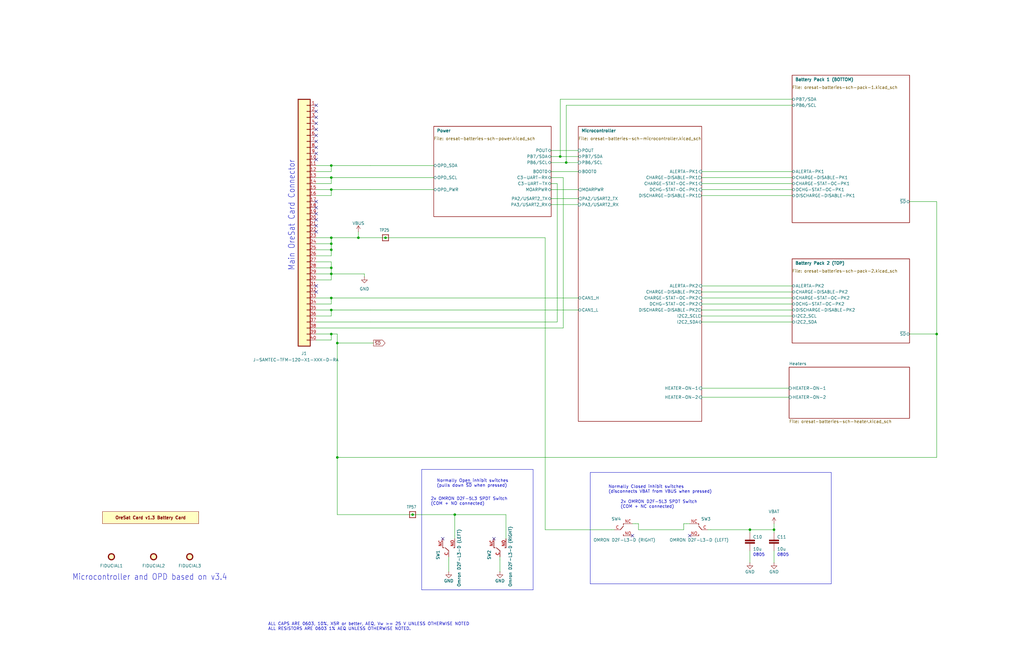
<source format=kicad_sch>
(kicad_sch (version 20250114) (generator "eeschema") (generator_version "9.0")
  (paper "B")
  (title_block (title "OreSat Battery Card") (date "2026-01-10") (rev "4.0") (company "Portland State Aerospace Society"))
  (lib_symbols
    (symbol "Mechanical:Fiducial"
      (property "Reference" "FID" (at 0 5.08 0))
      (property "Value" "Fiducial" (at 0 3.175 0))
      (symbol "Fiducial_0_1"
        (circle (center 0 0) (radius 1.27) (stroke (width 0.508)) (fill (type background)))
      )
    )
    (symbol "oresat-batteries-eagle-import:C-EU0805-B-NOSILK"
      (property "Reference" "C" (at 1.524 0.381 0))
      (symbol "C-EU0805-B-NOSILK_1_0"
        (rectangle (start -2.032 -1.016) (end 2.032 -0.508) (fill (type outline)))
        (rectangle (start -2.032 -2.032) (end 2.032 -1.524) (fill (type outline)))
        (polyline (pts (xy 0 0) (xy 0 -0.508)) (stroke (width 0.1524)))
        (polyline (pts (xy 0 -2.54) (xy 0 -2.032)) (stroke (width 0.1524)))
        (pin passive line (at 0 2.54 270) (length 2.54) (name "1") (number "1"))
        (pin passive line (at 0 -5.08 90) (length 2.54) (name "2") (number "2"))
      )
    )
    (symbol "oresat-batteries-eagle-import:TEST-POINT-LARGE-SQUARE"
      (property "Reference" "TP" (at -2.54 2.54 0))
      (symbol "TEST-POINT-LARGE-SQUARE_1_0"
        (polyline (pts (xy -1.27 1.27) (xy 1.27 1.27)) (stroke (width 0.254)))
        (polyline (pts (xy -1.27 -1.27) (xy -1.27 1.27)) (stroke (width 0.254)))
        (polyline (pts (xy 1.27 1.27) (xy 1.27 -1.27)) (stroke (width 0.254)))
        (polyline (pts (xy 1.27 -1.27) (xy -1.27 -1.27)) (stroke (width 0.254)))
        (pin passive line (at 0 0 0) (length 0) (name "1") (number "1"))
      )
    )
    (symbol "oresat-connectors:J-SAMTEC-TFM-120-01-L-D-RA" (pin_names (hide yes))
      (property "Reference" "J" (at 0 54.61 0))
      (property "Value" "J-SAMTEC-TFM-120-01-L-D-RA" (at 0 52.07 0))
      (symbol "J-SAMTEC-TFM-120-01-L-D-RA_0_1"
        (rectangle (start 2.413 48.387) (end 1.143 48.133) (stroke (width 0.1524)))
        (rectangle (start 2.413 45.847) (end 1.143 45.593) (stroke (width 0.1524)))
        (rectangle (start 2.413 43.307) (end 1.143 43.053) (stroke (width 0.1524)))
        (rectangle (start 2.413 40.767) (end 1.143 40.513) (stroke (width 0.1524)))
        (rectangle (start 2.413 38.227) (end 1.143 37.973) (stroke (width 0.1524)))
        (rectangle (start 2.413 35.687) (end 1.143 35.433) (stroke (width 0.1524)))
        (rectangle (start 2.413 33.147) (end 1.143 32.893) (stroke (width 0.1524)))
        (rectangle (start 2.413 30.607) (end 1.143 30.353) (stroke (width 0.1524)))
        (rectangle (start 2.413 28.067) (end 1.143 27.813) (stroke (width 0.1524)))
        (rectangle (start 2.413 25.527) (end 1.143 25.273) (stroke (width 0.1524)))
        (rectangle (start 2.413 22.987) (end 1.143 22.733) (stroke (width 0.1524)))
        (rectangle (start 2.413 20.447) (end 1.143 20.193) (stroke (width 0.1524)))
        (rectangle (start 2.413 17.907) (end 1.143 17.653) (stroke (width 0.1524)))
        (rectangle (start 2.413 15.367) (end 1.143 15.113) (stroke (width 0.1524)))
        (rectangle (start 2.413 12.827) (end 1.143 12.573) (stroke (width 0.1524)))
        (rectangle (start 2.413 10.287) (end 1.143 10.033) (stroke (width 0.1524)))
        (rectangle (start 2.413 7.747) (end 1.143 7.493) (stroke (width 0.1524)))
        (rectangle (start 2.413 5.207) (end 1.143 4.953) (stroke (width 0.1524)))
        (rectangle (start 2.413 2.667) (end 1.143 2.413) (stroke (width 0.1524)))
        (rectangle (start 2.413 0.127) (end 1.143 -0.127) (stroke (width 0.1524)))
        (rectangle (start 2.413 -2.413) (end 1.143 -2.667) (stroke (width 0.1524)))
        (rectangle (start 2.413 -4.953) (end 1.143 -5.207) (stroke (width 0.1524)))
        (rectangle (start 2.413 -7.493) (end 1.143 -7.747) (stroke (width 0.1524)))
        (rectangle (start 2.413 -10.033) (end 1.143 -10.287) (stroke (width 0.1524)))
        (rectangle (start 2.413 -12.573) (end 1.143 -12.827) (stroke (width 0.1524)))
        (rectangle (start 2.413 -15.113) (end 1.143 -15.367) (stroke (width 0.1524)))
        (rectangle (start 2.413 -17.653) (end 1.143 -17.907) (stroke (width 0.1524)))
        (rectangle (start 2.413 -20.193) (end 1.143 -20.447) (stroke (width 0.1524)))
        (rectangle (start 2.413 -22.733) (end 1.143 -22.987) (stroke (width 0.1524)))
        (rectangle (start 2.413 -25.273) (end 1.143 -25.527) (stroke (width 0.1524)))
        (rectangle (start 2.413 -27.813) (end 1.143 -28.067) (stroke (width 0.1524)))
        (rectangle (start 2.413 -30.353) (end 1.143 -30.607) (stroke (width 0.1524)))
        (rectangle (start 2.413 -32.893) (end 1.143 -33.147) (stroke (width 0.1524)))
        (rectangle (start 2.413 -35.433) (end 1.143 -35.687) (stroke (width 0.1524)))
        (rectangle (start 2.413 -37.973) (end 1.143 -38.227) (stroke (width 0.1524)))
        (rectangle (start 2.413 -40.513) (end 1.143 -40.767) (stroke (width 0.1524)))
        (rectangle (start 2.413 -43.053) (end 1.143 -43.307) (stroke (width 0.1524)))
        (rectangle (start 2.413 -45.593) (end 1.143 -45.847) (stroke (width 0.1524)))
        (rectangle (start 2.413 -48.133) (end 1.143 -48.387) (stroke (width 0.1524)))
        (rectangle (start 2.413 -50.673) (end 1.143 -50.927) (stroke (width 0.1524)))
      )
      (symbol "J-SAMTEC-TFM-120-01-L-D-RA_1_1"
        (rectangle (start -2.54 50.8) (end 2.54 -53.34) (stroke (width 0.4)) (fill (type background)))
        (pin passive line (at 5.08 48.26 180) (length 2.54) (name "") (number "1"))
        (pin passive line (at 5.08 45.72 180) (length 2.54) (name "") (number "2"))
        (pin passive line (at 5.08 43.18 180) (length 2.54) (name "") (number "3"))
        (pin passive line (at 5.08 40.64 180) (length 2.54) (name "") (number "4"))
        (pin passive line (at 5.08 38.1 180) (length 2.54) (name "") (number "5"))
        (pin passive line (at 5.08 35.56 180) (length 2.54) (name "") (number "6"))
        (pin passive line (at 5.08 33.02 180) (length 2.54) (name "") (number "7"))
        (pin passive line (at 5.08 30.48 180) (length 2.54) (name "") (number "8"))
        (pin passive line (at 5.08 27.94 180) (length 2.54) (name "") (number "9"))
        (pin passive line (at 5.08 25.4 180) (length 2.54) (name "") (number "10"))
        (pin passive line (at 5.08 22.86 180) (length 2.54) (name "") (number "11"))
        (pin passive line (at 5.08 20.32 180) (length 2.54) (name "") (number "12"))
        (pin passive line (at 5.08 17.78 180) (length 2.54) (name "") (number "13"))
        (pin passive line (at 5.08 15.24 180) (length 2.54) (name "") (number "14"))
        (pin passive line (at 5.08 12.7 180) (length 2.54) (name "") (number "15"))
        (pin passive line (at 5.08 10.16 180) (length 2.54) (name "") (number "16"))
        (pin passive line (at 5.08 7.62 180) (length 2.54) (name "") (number "17"))
        (pin passive line (at 5.08 5.08 180) (length 2.54) (name "") (number "18"))
        (pin passive line (at 5.08 2.54 180) (length 2.54) (name "") (number "19"))
        (pin passive line (at 5.08 0 180) (length 2.54) (name "") (number "20"))
        (pin passive line (at 5.08 -2.54 180) (length 2.54) (name "") (number "21"))
        (pin passive line (at 5.08 -5.08 180) (length 2.54) (name "") (number "22"))
        (pin passive line (at 5.08 -7.62 180) (length 2.54) (name "") (number "23"))
        (pin passive line (at 5.08 -10.16 180) (length 2.54) (name "") (number "24"))
        (pin passive line (at 5.08 -12.7 180) (length 2.54) (name "") (number "25"))
        (pin passive line (at 5.08 -15.24 180) (length 2.54) (name "") (number "26"))
        (pin passive line (at 5.08 -17.78 180) (length 2.54) (name "") (number "27"))
        (pin passive line (at 5.08 -20.32 180) (length 2.54) (name "") (number "28"))
        (pin passive line (at 5.08 -22.86 180) (length 2.54) (name "") (number "29"))
        (pin passive line (at 5.08 -25.4 180) (length 2.54) (name "") (number "30"))
        (pin passive line (at 5.08 -27.94 180) (length 2.54) (name "") (number "31"))
        (pin passive line (at 5.08 -30.48 180) (length 2.54) (name "") (number "32"))
        (pin passive line (at 5.08 -33.02 180) (length 2.54) (name "") (number "33"))
        (pin passive line (at 5.08 -35.56 180) (length 2.54) (name "") (number "34"))
        (pin passive line (at 5.08 -38.1 180) (length 2.54) (name "") (number "35"))
        (pin passive line (at 5.08 -40.64 180) (length 2.54) (name "") (number "36"))
        (pin passive line (at 5.08 -43.18 180) (length 2.54) (name "") (number "37"))
        (pin passive line (at 5.08 -45.72 180) (length 2.54) (name "") (number "38"))
        (pin passive line (at 5.08 -48.26 180) (length 2.54) (name "") (number "39"))
        (pin passive line (at 5.08 -50.8 180) (length 2.54) (name "") (number "40"))
      )
    )
    (symbol "oresat-misc:OMRON-D2F-L3-D-LEFT"
      (property "Reference" "SW" (at -5.08 3.81 0))
      (symbol "OMRON-D2F-L3-D-LEFT_1_0"
        (polyline (pts (xy -1.27 0) (xy 0 1.524)) (stroke (width 0.254)))
        (polyline (pts (xy 0 2.54) (xy 0 2.032)) (stroke (width 0.254)))
        (polyline (pts (xy 0 -2.54) (xy 0 -2.032)) (stroke (width 0.254)))
        (pin passive line (at -3.81 0 0) (length 2.54) (name "COM") (number "C"))
        (pin passive line (at 3.81 2.54 180) (length 3.81) (name "NC") (number "NC"))
        (pin passive line (at 3.81 -2.54 180) (length 3.81) (name "NO") (number "NO"))
      )
    )
    (symbol "oresat-misc:OMRON-D2F-L3-D-RIGHT"
      (property "Reference" "SW" (at -6.35 3.81 0))
      (symbol "OMRON-D2F-L3-D-RIGHT_1_0"
        (polyline (pts (xy -1.27 0) (xy 0 1.524)) (stroke (width 0.254)))
        (polyline (pts (xy 0 2.54) (xy 0 2.032)) (stroke (width 0.254)))
        (polyline (pts (xy 0 -2.54) (xy 0 -2.032)) (stroke (width 0.254)))
        (pin passive line (at -3.81 0 0) (length 2.54) (name "COM") (number "C"))
        (pin passive line (at 3.81 2.54 180) (length 3.81) (name "NC") (number "NC"))
        (pin passive line (at 3.81 -2.54 180) (length 3.81) (name "NO") (number "NO"))
      )
    )
    (symbol "oresat-pcbs:ORESAT-CARD-V1.3-BATTERY"
      (symbol "ORESAT-CARD-V1.3-BATTERY_1_0"
        (rectangle (start -20.32 2.54) (end 20.32 -2.54) (fill (type background)))
        (text "OreSat Card v1.3 Battery Card" (at 0 0 0) (effects (font (size 1.27 1.27) (bold yes))))
      )
    )
    (symbol "oresat-power:VBAT" (power) (pin_names (offset 0))
      (property "Value" "VBAT" (at 0 3.556 0))
      (symbol "VBAT_0_1"
        (polyline (pts (xy -0.762 1.27) (xy 0 2.54)))
        (polyline (pts (xy 0 2.54) (xy 0.762 1.27)))
        (polyline (pts (xy 0 0) (xy 0 2.54)))
      )
      (symbol "VBAT_1_1"
        (pin power_in line (at 0 0 90) (length 0) (hide yes) (name "VBAT") (number "1"))
      )
    )
    (symbol "power:GND" (power) (pin_numbers (hide yes)) (pin_names (offset 0) (hide yes))
      (property "Value" "GND" (at 0 -3.81 0))
      (symbol "GND_0_1"
        (polyline (pts (xy 0 0) (xy 0 -1.27) (xy 1.27 -1.27) (xy 0 -2.54) (xy -1.27 -1.27) (xy 0 -1.27)))
      )
      (symbol "GND_1_1"
        (pin power_in line (at 0 0 270) (length 0) (name "~") (number "1"))
      )
    )
    (symbol "power:VBUS" (power) (pin_numbers (hide yes)) (pin_names (offset 0) (hide yes))
      (property "Value" "VBUS" (at 0 3.556 0))
      (symbol "VBUS_0_1"
        (polyline (pts (xy -0.762 1.27) (xy 0 2.54)))
        (polyline (pts (xy 0 2.54) (xy 0.762 1.27)))
        (polyline (pts (xy 0 0) (xy 0 2.54)))
      )
      (symbol "VBUS_1_1"
        (pin power_in line (at 0 0 90) (length 0) (name "~") (number "1"))
      )
    )
  )
  (text "Normally Open inhibit switches\n(pulls down ~{SD} when pressed)" (at 184.15 205.74 0) (effects (font (size 1.27 1.27)) (justify left bottom)))
  (text "Main OreSat Card Connector" (at 124.46 114.3 90) (effects (font (size 2.54 2.159)) (justify left bottom)))
  (text "0805" (at 327.66 234.95 0) (effects (font (size 1.27 1.27)) (justify left bottom)))
  (text "2x OMRON D2F-5L3 SPDT Switch\n(COM + NO connected)" (at 181.61 213.36 0) (effects (font (size 1.27 1.27)) (justify left bottom)))
  (text "ALL CAPS ARE 0603, 10%, X5R or better, AEQ, Vw >= 25 V UNLESS OTHERWISE NOTED\nALL RESISTORS ARE 0603 1% AEQ UNLESS OTHERWISE NOTED." (at 113.03 266.192 0) (effects (font (size 1.27 1.27)) (justify left bottom)))
  (text "0805" (at 317.5 234.95 0) (effects (font (size 1.27 1.27)) (justify left bottom)))
  (text "Microcontroller and OPD based on v3.4" (at 30.48 245.11 0) (effects (font (size 2.54 2.159)) (justify left bottom)))
  (text "Normally Closed inhibit switches\n(disconnects VBAT from VBUS when pressed)" (at 256.54 208.28 0) (effects (font (size 1.27 1.27)) (justify left bottom)))
  (text "2x OMRON D2F-5L3 SPDT Switch\n(COM + NC connected)" (at 261.62 214.63 0) (effects (font (size 1.27 1.27)) (justify left bottom)))
  (junction (at 139.7 102.87))
  (junction (at 139.7 69.85))
  (junction (at 139.7 105.41))
  (junction (at 139.7 125.73))
  (junction (at 139.7 130.81))
  (junction (at 139.7 113.03))
  (junction (at 173.99 217.17))
  (junction (at 151.13 100.33))
  (junction (at 142.24 193.04))
  (junction (at 326.39 223.52))
  (junction (at 139.7 80.01))
  (junction (at 236.22 66.04))
  (junction (at 139.7 115.57))
  (junction (at 191.77 217.17))
  (junction (at 142.24 144.78))
  (junction (at 139.7 74.93))
  (junction (at 316.23 223.52))
  (junction (at 139.7 100.33))
  (junction (at 394.97 140.97))
  (junction (at 162.56 100.33))
  (junction (at 139.7 140.97))
  (junction (at 238.76 68.58))
  (no_connect (at 133.35 57.15))
  (no_connect (at 133.35 120.65))
  (no_connect (at 266.7 226.06))
  (no_connect (at 133.35 46.99))
  (no_connect (at 133.35 44.45))
  (no_connect (at 133.35 123.19))
  (no_connect (at 133.35 64.77))
  (no_connect (at 133.35 52.07))
  (no_connect (at 208.28 227.33))
  (no_connect (at 133.35 90.17))
  (no_connect (at 133.35 87.63))
  (no_connect (at 186.69 227.33))
  (no_connect (at 133.35 49.53))
  (no_connect (at 133.35 67.31))
  (no_connect (at 133.35 54.61))
  (no_connect (at 133.35 97.79))
  (no_connect (at 133.35 85.09))
  (no_connect (at 133.35 92.71))
  (no_connect (at 290.83 226.06))
  (no_connect (at 133.35 59.69))
  (no_connect (at 133.35 62.23))
  (no_connect (at 133.35 95.25))
  (wire (pts (xy 295.91 167.64) (xy 332.74 167.64)))
  (polyline (pts (xy 177.8 198.12) (xy 177.8 248.92)) (stroke (width 0.1524) (type solid)))
  (wire (pts (xy 326.39 220.98) (xy 326.39 223.52)))
  (wire (pts (xy 157.48 144.78) (xy 142.24 144.78)) (stroke (width 0.1524)))
  (wire (pts (xy 133.35 133.35) (xy 139.7 133.35)) (stroke (width 0.1524)))
  (wire (pts (xy 139.7 128.27) (xy 139.7 125.73)) (stroke (width 0.1524)))
  (wire (pts (xy 229.87 223.52) (xy 257.81 223.52)) (stroke (width 0.1524)))
  (wire (pts (xy 229.87 100.33) (xy 162.56 100.33)) (stroke (width 0.1524)))
  (wire (pts (xy 191.77 217.17) (xy 213.36 217.17)) (stroke (width 0.1524)))
  (wire (pts (xy 139.7 80.01) (xy 133.35 80.01)) (stroke (width 0.1524)))
  (polyline (pts (xy 177.8 248.92) (xy 224.79 248.92)) (stroke (width 0.1524) (type solid)))
  (wire (pts (xy 298.45 223.52) (xy 299.72 223.52)))
  (wire (pts (xy 295.91 125.73) (xy 334.01 125.73)))
  (wire (pts (xy 295.91 130.81) (xy 334.01 130.81)))
  (wire (pts (xy 299.72 223.52) (xy 316.23 223.52)) (stroke (width 0.1524)))
  (wire (pts (xy 295.91 77.47) (xy 334.01 77.47)))
  (wire (pts (xy 139.7 118.11) (xy 139.7 115.57)) (stroke (width 0.1524)))
  (wire (pts (xy 191.77 226.06) (xy 191.77 217.17)) (stroke (width 0.1524)))
  (wire (pts (xy 139.7 143.51) (xy 139.7 140.97)) (stroke (width 0.1524)))
  (wire (pts (xy 139.7 82.55) (xy 139.7 80.01)) (stroke (width 0.1524)))
  (wire (pts (xy 142.24 193.04) (xy 142.24 144.78)) (stroke (width 0.1524)))
  (wire (pts (xy 133.35 135.89) (xy 156.21 135.89)) (stroke (width 0.1524)))
  (wire (pts (xy 189.23 234.95) (xy 189.23 236.22)))
  (wire (pts (xy 156.21 69.85) (xy 182.88 69.85)))
  (wire (pts (xy 394.97 140.97) (xy 394.97 193.04)))
  (wire (pts (xy 139.7 102.87) (xy 133.35 102.87)) (stroke (width 0.1524)))
  (wire (pts (xy 210.82 236.22) (xy 210.82 241.3)) (stroke (width 0.1524)))
  (wire (pts (xy 151.13 100.33) (xy 162.56 100.33)))
  (wire (pts (xy 257.81 223.52) (xy 259.08 223.52)))
  (wire (pts (xy 334.01 44.45) (xy 238.76 44.45)))
  (wire (pts (xy 139.7 130.81) (xy 156.21 130.81)) (stroke (width 0.1524)))
  (wire (pts (xy 139.7 69.85) (xy 133.35 69.85)) (stroke (width 0.1524)))
  (wire (pts (xy 139.7 100.33) (xy 151.13 100.33)) (stroke (width 0.1524)))
  (wire (pts (xy 394.97 193.04) (xy 142.24 193.04)))
  (wire (pts (xy 295.91 123.19) (xy 334.01 123.19)))
  (wire (pts (xy 383.54 85.09) (xy 394.97 85.09)))
  (wire (pts (xy 139.7 74.93) (xy 133.35 74.93)) (stroke (width 0.1524)))
  (polyline (pts (xy 350.52 246.38) (xy 350.52 199.39)) (stroke (width 0.1524) (type solid)))
  (wire (pts (xy 394.97 85.09) (xy 394.97 140.97)))
  (wire (pts (xy 151.13 97.79) (xy 151.13 100.33)))
  (wire (pts (xy 139.7 133.35) (xy 139.7 130.81)) (stroke (width 0.1524)))
  (wire (pts (xy 133.35 82.55) (xy 139.7 82.55)) (stroke (width 0.1524)))
  (wire (pts (xy 295.91 120.65) (xy 334.01 120.65)))
  (polyline (pts (xy 224.79 248.92) (xy 224.79 198.12)) (stroke (width 0.1524) (type solid)))
  (wire (pts (xy 288.29 223.52) (xy 288.29 220.98)) (stroke (width 0.1524)))
  (wire (pts (xy 133.35 72.39) (xy 139.7 72.39)) (stroke (width 0.1524)))
  (wire (pts (xy 295.91 80.01) (xy 334.01 80.01)))
  (wire (pts (xy 238.76 44.45) (xy 238.76 68.58)))
  (wire (pts (xy 232.41 86.36) (xy 243.84 86.36)))
  (wire (pts (xy 383.54 140.97) (xy 394.97 140.97)))
  (wire (pts (xy 295.91 82.55) (xy 334.01 82.55)))
  (wire (pts (xy 237.49 138.43) (xy 237.49 74.93)) (stroke (width 0.1524)))
  (wire (pts (xy 288.29 220.98) (xy 289.56 220.98)) (stroke (width 0.1524)))
  (wire (pts (xy 156.21 130.81) (xy 243.84 130.81)))
  (wire (pts (xy 236.22 66.04) (xy 243.84 66.04)))
  (wire (pts (xy 139.7 107.95) (xy 139.7 105.41)) (stroke (width 0.1524)))
  (wire (pts (xy 139.7 113.03) (xy 139.7 110.49)) (stroke (width 0.1524)))
  (wire (pts (xy 295.91 128.27) (xy 334.01 128.27)))
  (wire (pts (xy 237.49 74.93) (xy 232.41 74.93)) (stroke (width 0.1524)))
  (wire (pts (xy 139.7 80.01) (xy 156.21 80.01)) (stroke (width 0.1524)))
  (polyline (pts (xy 350.52 199.39) (xy 248.92 199.39)) (stroke (width 0.1524) (type solid)))
  (wire (pts (xy 295.91 163.83) (xy 332.74 163.83)))
  (wire (pts (xy 269.24 223.52) (xy 288.29 223.52)) (stroke (width 0.1524)))
  (wire (pts (xy 316.23 223.52) (xy 326.39 223.52)) (stroke (width 0.1524)))
  (wire (pts (xy 234.95 135.89) (xy 156.21 135.89)))
  (wire (pts (xy 156.21 80.01) (xy 182.88 80.01)))
  (wire (pts (xy 133.35 138.43) (xy 237.49 138.43)) (stroke (width 0.1524)))
  (wire (pts (xy 139.7 72.39) (xy 139.7 69.85)) (stroke (width 0.1524)))
  (wire (pts (xy 139.7 115.57) (xy 153.67 115.57)) (stroke (width 0.1524)))
  (wire (pts (xy 232.41 80.01) (xy 243.84 80.01)))
  (wire (pts (xy 295.91 72.39) (xy 334.01 72.39)))
  (wire (pts (xy 191.77 226.06) (xy 191.77 227.33)))
  (wire (pts (xy 326.39 232.41) (xy 326.39 237.49)) (stroke (width 0.1524)))
  (wire (pts (xy 133.35 143.51) (xy 139.7 143.51)) (stroke (width 0.1524)))
  (wire (pts (xy 133.35 115.57) (xy 139.7 115.57)) (stroke (width 0.1524)))
  (wire (pts (xy 295.91 133.35) (xy 334.01 133.35)))
  (wire (pts (xy 139.7 100.33) (xy 139.7 102.87)) (stroke (width 0.1524)))
  (wire (pts (xy 295.91 74.93) (xy 334.01 74.93)))
  (wire (pts (xy 326.39 224.79) (xy 326.39 223.52)) (stroke (width 0.1524)))
  (wire (pts (xy 133.35 107.95) (xy 139.7 107.95)) (stroke (width 0.1524)))
  (wire (pts (xy 133.35 118.11) (xy 139.7 118.11)) (stroke (width 0.1524)))
  (wire (pts (xy 133.35 77.47) (xy 139.7 77.47)) (stroke (width 0.1524)))
  (wire (pts (xy 210.82 234.95) (xy 210.82 236.22)))
  (wire (pts (xy 133.35 113.03) (xy 139.7 113.03)) (stroke (width 0.1524)))
  (wire (pts (xy 236.22 41.91) (xy 236.22 66.04)))
  (wire (pts (xy 232.41 68.58) (xy 238.76 68.58)))
  (wire (pts (xy 232.41 77.47) (xy 234.95 77.47)))
  (wire (pts (xy 238.76 68.58) (xy 243.84 68.58)))
  (wire (pts (xy 316.23 224.79) (xy 316.23 223.52)) (stroke (width 0.1524)))
  (wire (pts (xy 139.7 105.41) (xy 139.7 102.87)) (stroke (width 0.1524)))
  (wire (pts (xy 139.7 140.97) (xy 133.35 140.97)) (stroke (width 0.1524)))
  (wire (pts (xy 267.97 220.98) (xy 269.24 220.98)) (stroke (width 0.1524)))
  (wire (pts (xy 133.35 130.81) (xy 139.7 130.81)) (stroke (width 0.1524)))
  (wire (pts (xy 133.35 105.41) (xy 139.7 105.41)) (stroke (width 0.1524)))
  (wire (pts (xy 189.23 236.22) (xy 189.23 241.3)) (stroke (width 0.1524)))
  (wire (pts (xy 142.24 217.17) (xy 173.99 217.17)) (stroke (width 0.1524)))
  (polyline (pts (xy 248.92 199.39) (xy 248.92 246.38)) (stroke (width 0.1524) (type solid)))
  (wire (pts (xy 232.41 66.04) (xy 236.22 66.04)))
  (polyline (pts (xy 224.79 198.12) (xy 177.8 198.12)) (stroke (width 0.1524) (type solid)))
  (wire (pts (xy 142.24 144.78) (xy 142.24 140.97)) (stroke (width 0.1524)))
  (wire (pts (xy 133.35 110.49) (xy 139.7 110.49)) (stroke (width 0.1524)))
  (wire (pts (xy 133.35 125.73) (xy 139.7 125.73)) (stroke (width 0.1524)))
  (wire (pts (xy 234.95 77.47) (xy 234.95 135.89)))
  (wire (pts (xy 213.36 217.17) (xy 213.36 227.33)) (stroke (width 0.1524)))
  (polyline (pts (xy 248.92 246.38) (xy 350.52 246.38)) (stroke (width 0.1524) (type solid)))
  (wire (pts (xy 156.21 69.85) (xy 139.7 69.85)) (stroke (width 0.1524)))
  (wire (pts (xy 334.01 41.91) (xy 236.22 41.91)))
  (wire (pts (xy 229.87 223.52) (xy 229.87 100.33)) (stroke (width 0.1524)))
  (wire (pts (xy 142.24 217.17) (xy 142.24 193.04)) (stroke (width 0.1524)))
  (wire (pts (xy 316.23 232.41) (xy 316.23 237.49)) (stroke (width 0.1524)))
  (wire (pts (xy 289.56 220.98) (xy 290.83 220.98)))
  (wire (pts (xy 232.41 63.5) (xy 243.84 63.5)))
  (wire (pts (xy 173.99 217.17) (xy 191.77 217.17)) (stroke (width 0.1524)))
  (wire (pts (xy 139.7 74.93) (xy 182.88 74.93)) (stroke (width 0.1524)))
  (wire (pts (xy 139.7 77.47) (xy 139.7 74.93)) (stroke (width 0.1524)))
  (wire (pts (xy 133.35 128.27) (xy 139.7 128.27)) (stroke (width 0.1524)))
  (wire (pts (xy 139.7 113.03) (xy 139.7 115.57)) (stroke (width 0.1524)))
  (wire (pts (xy 266.7 220.98) (xy 267.97 220.98)))
  (wire (pts (xy 269.24 220.98) (xy 269.24 223.52)) (stroke (width 0.1524)))
  (wire (pts (xy 153.67 115.57) (xy 153.67 116.84)) (stroke (width 0.1524)))
  (wire (pts (xy 139.7 140.97) (xy 142.24 140.97)) (stroke (width 0.1524)))
  (wire (pts (xy 232.41 83.82) (xy 243.84 83.82)))
  (wire (pts (xy 133.35 100.33) (xy 139.7 100.33)) (stroke (width 0.1524)))
  (wire (pts (xy 232.41 72.39) (xy 243.84 72.39)))
  (wire (pts (xy 139.7 125.73) (xy 243.84 125.73)) (stroke (width 0.1524)))
  (wire (pts (xy 295.91 135.89) (xy 334.01 135.89)))
  (global_label "~{SD}" (shape output) (at 157.48 144.78 0) (property "Intersheetrefs" "${INTERSHEET_REFS}" (at 162.9447 144.78 0) (effects (justify left))))
  (symbol (lib_id "oresat-misc:OMRON-D2F-L3-D-LEFT") (at 189.23 231.14 90) (unit 1)
    (property "Reference" "SW1" (at 185.42 236.22 0) (effects (justify left bottom)))
    (property "Value" "Omron D2F-L3-D (LEFT)" (at 194.31 247.65 0) (effects (justify left bottom)))
    (property "Footprint" "oresat-misc:D2F-L3-D-HORIZONTAL-L" (effects (hide yes)))
  )
  (symbol (lib_id "power:GND") (at 326.39 237.49 0) (unit 1)
    (property "Reference" "#PWR37" (effects (hide yes)))
    (property "Value" "GND" (at 326.39 241.3 0))
    (property "Description" "Power symbol creates a global label with name \"GND\" , ground" (effects (hide yes)))
  )
  (symbol (lib_id "oresat-pcbs:ORESAT-CARD-V1.3-BATTERY") (at 63.5 218.44 0) (unit 1)
    (property "Reference" "PCB1" (effects (hide yes)))
    (property "Value" "ORESAT-CARD-V1.3-BATTERY" (effects (hide yes)))
    (property "Footprint" "oresat-pcbs:ORESAT-CARD-V1.3-BATTERY-V3.0" (effects (hide yes)))
  )
  (symbol (lib_id "oresat-batteries-eagle-import:C-EU0805-B-NOSILK") (at 326.39 227.33 0) (unit 1)
    (property "Reference" "C11" (at 327.66 227.33 0) (effects (justify left bottom)))
    (property "Value" "10u" (at 327.66 232.41 0) (effects (justify left bottom)))
    (property "Footprint" "oresat-batteries:.0805-B-NOSILK" (effects (hide yes)))
    (property "DIS" "Digi-Key" (effects (hide yes)))
    (property "DPN" "1276-2893-1-ND" (effects (hide yes)))
    (property "MFR" "Samsung" (effects (hide yes)))
    (property "MPN" "CL21A106KOFNNNE" (effects (hide yes)))
  )
  (symbol (lib_id "oresat-power:VBAT") (at 326.39 220.98 0) (unit 1)
    (property "Reference" "#VBAT01" (effects (hide yes)))
    (property "Value" "VBAT" (at 326.39 215.9 0))
  )
  (symbol (lib_id "oresat-misc:OMRON-D2F-L3-D-LEFT") (at 294.64 223.52 0) (mirror y) (unit 1)
    (property "Reference" "SW3" (at 299.72 219.71 0) (effects (justify left bottom)))
    (property "Value" "OMRON D2F-L3-D (LEFT)" (at 307.34 228.6 0) (effects (justify left bottom)))
    (property "Footprint" "oresat-misc:D2F-L3-D-HORIZONTAL-L" (effects (hide yes)))
  )
  (symbol (lib_id "oresat-batteries-eagle-import:C-EU0805-B-NOSILK") (at 316.23 227.33 0) (unit 1)
    (property "Reference" "C10" (at 317.5 227.33 0) (effects (justify left bottom)))
    (property "Value" "10u" (at 317.5 232.41 0) (effects (justify left bottom)))
    (property "Footprint" "oresat-batteries:.0805-B-NOSILK" (effects (hide yes)))
    (property "DIS" "Digi-Key" (effects (hide yes)))
    (property "DPN" "1276-2893-1-ND" (effects (hide yes)))
    (property "MFR" "Samsung" (effects (hide yes)))
    (property "MPN" "CL21A106KOFNNNE" (effects (hide yes)))
  )
  (symbol (lib_id "Mechanical:Fiducial") (at 80.01 234.95 0) (unit 1)
    (property "Reference" "FIDUCIAL3" (at 80.01 238.76 0))
    (property "Value" "FIDUCIAL-1.0X2.0" (effects (hide yes)))
    (property "Footprint" "Fiducial:Fiducial_1mm_Mask2mm" (effects (hide yes)))
  )
  (symbol (lib_id "power:GND") (at 210.82 241.3 0) (mirror y) (unit 1)
    (property "Reference" "#PWR73" (effects (hide yes)))
    (property "Value" "GND" (at 210.82 245.11 0))
    (property "Description" "Power symbol creates a global label with name \"GND\" , ground" (effects (hide yes)))
  )
  (symbol (lib_id "Mechanical:Fiducial") (at 64.77 234.95 0) (unit 1)
    (property "Reference" "FIDUCIAL2" (at 64.77 238.76 0))
    (property "Value" "FIDUCIAL-1.0X2.0" (effects (hide yes)))
    (property "Footprint" "Fiducial:Fiducial_1mm_Mask2mm" (effects (hide yes)))
  )
  (symbol (lib_id "oresat-misc:OMRON-D2F-L3-D-RIGHT") (at 262.89 223.52 0) (unit 1)
    (property "Reference" "SW4" (at 257.81 219.71 0) (effects (justify left bottom)))
    (property "Value" "OMRON D2F-L3-D (RIGHT)" (at 250.19 228.6 0) (effects (justify left bottom)))
    (property "Footprint" "oresat-misc:D2F-L3-D-HORIZONTAL-R" (effects (hide yes)))
  )
  (symbol (lib_id "oresat-batteries-eagle-import:TEST-POINT-LARGE-SQUARE") (at 162.56 100.33 0) (unit 1)
    (property "Reference" "TP25" (at 160.02 97.79 0) (effects (font (size 1.27 1.0795)) (justify left bottom)))
    (property "Value" "TEST-POINT-LARGE-SQUARE" (effects (hide yes)))
    (property "Footprint" "oresat-batteries:1X01" (effects (hide yes)))
  )
  (symbol (lib_id "power:VBUS") (at 151.13 97.79 0) (unit 1)
    (property "Reference" "#PWR2" (effects (hide yes)))
    (property "Value" "VBUS" (at 151.13 94.234 0))
    (property "Description" "Power symbol creates a global label with name \"VBUS\"" (effects (hide yes)))
  )
  (symbol (lib_id "Mechanical:Fiducial") (at 46.99 234.95 0) (unit 1)
    (property "Reference" "FIDUCIAL1" (at 46.99 238.76 0))
    (property "Value" "FIDUCIAL-1.0X2.0" (effects (hide yes)))
    (property "Footprint" "Fiducial:Fiducial_1mm_Mask2mm" (effects (hide yes)))
  )
  (symbol (lib_id "oresat-connectors:J-SAMTEC-TFM-120-01-L-D-RA") (at 128.27 92.71 0) (unit 1)
    (property "Reference" "J1" (at 127 149.86 0) (effects (justify left bottom)))
    (property "Value" "J-SAMTEC-TFM-120-X1-XXX-D-RA" (at 106.68 151.13 0) (effects (justify left top)))
    (property "Footprint" "oresat-connectors:J-SAMTEC-TFM-120-X1-XXX-D-RA" (effects (hide yes)))
    (property "Datasheet" "https://suddendocs.samtec.com/catalog_english/tfm.pdf" (effects (hide yes)))
    (property "MFR" "Samtec" (effects (hide yes)))
    (property "MPN" "TFM-120-01-L-D-RA" (effects (hide yes)))
  )
  (symbol (lib_id "power:GND") (at 189.23 241.3 0) (mirror y) (unit 1)
    (property "Reference" "#PWR72" (effects (hide yes)))
    (property "Value" "GND" (at 189.23 245.11 0))
    (property "Description" "Power symbol creates a global label with name \"GND\" , ground" (effects (hide yes)))
  )
  (symbol (lib_id "oresat-batteries-eagle-import:TEST-POINT-LARGE-SQUARE") (at 173.99 217.17 0) (unit 1)
    (property "Reference" "TP57" (at 171.45 214.63 0) (effects (font (size 1.27 1.0795)) (justify left bottom)))
    (property "Value" "TEST-POINT-LARGE-SQUARE" (effects (hide yes)))
    (property "Footprint" "oresat-batteries:1X01" (effects (hide yes)))
  )
  (symbol (lib_id "power:GND") (at 316.23 237.49 0) (unit 1)
    (property "Reference" "#PWR36" (effects (hide yes)))
    (property "Value" "GND" (at 316.23 241.3 0))
    (property "Description" "Power symbol creates a global label with name \"GND\" , ground" (effects (hide yes)))
  )
  (symbol (lib_id "power:GND") (at 153.67 116.84 0) (unit 1)
    (property "Reference" "#PWR3" (effects (hide yes)))
    (property "Value" "GND" (at 153.67 121.92 0))
    (property "Description" "Power symbol creates a global label with name \"GND\" , ground" (effects (hide yes)))
  )
  (symbol (lib_id "oresat-misc:OMRON-D2F-L3-D-RIGHT") (at 210.82 231.14 90) (unit 1)
    (property "Reference" "SW2" (at 207.01 236.22 0) (effects (justify left bottom)))
    (property "Value" "Omron D2F-L3-D (RIGHT)" (at 215.9 247.65 0) (effects (justify left bottom)))
    (property "Footprint" "oresat-misc:D2F-L3-D-HORIZONTAL-R" (effects (hide yes)))
  )
  (sheet (at 243.84 53.34) (size 52.07 124.46)
    (property "Sheetname" "Microcontroller" (at 245.11 55.88 0) (effects (font (bold yes)) (justify left bottom)))
    (property "Sheetfile" "oresat-batteries-sch-microcontroller.kicad_sch" (at 243.84 57.7346 0) (effects (justify left top)))
    (pin "HEATER-ON-1" input (at 295.91 163.83 0))
    (pin "HEATER-ON-2" input (at 295.91 167.64 0))
    (pin "CAN1_H" bidirectional (at 243.84 125.73 180))
    (pin "CAN1_L" bidirectional (at 243.84 130.81 180))
    (pin "BOOT0" bidirectional (at 243.84 72.39 180))
    (pin "MOARPWR" output (at 243.84 80.01 180))
    (pin "PA2{slash}USART2_TX" output (at 243.84 83.82 180))
    (pin "PA3{slash}USART2_RX" input (at 243.84 86.36 180))
    (pin "PB6{slash}SCL" input (at 243.84 68.58 180))
    (pin "PB7{slash}SDA" bidirectional (at 243.84 66.04 180))
    (pin "POUT" input (at 243.84 63.5 180))
    (pin "ALERTA-PK2" input (at 295.91 120.65 0))
    (pin "CHARGE-DISABLE-PK2" output (at 295.91 123.19 0))
    (pin "CHARGE-STAT-OC-PK2" input (at 295.91 125.73 0))
    (pin "DCHG-STAT-OC-PK2" input (at 295.91 128.27 0))
    (pin "DISCHARGE-DISABLE-PK2" output (at 295.91 130.81 0))
    (pin "I2C2_SCL" output (at 295.91 133.35 0))
    (pin "I2C2_SDA" bidirectional (at 295.91 135.89 0))
    (pin "ALERTA-PK1" input (at 295.91 72.39 0))
    (pin "CHARGE-DISABLE-PK1" output (at 295.91 74.93 0))
    (pin "CHARGE-STAT-OC-PK1" input (at 295.91 77.47 0))
    (pin "DCHG-STAT-OC-PK1" input (at 295.91 80.01 0))
    (pin "DISCHARGE-DISABLE-PK1" output (at 295.91 82.55 0))
  )
  (sheet (at 332.74 154.94) (size 50.8 21.59) (stroke (width 0.1524))
    (property "Sheetname" "Heaters" (at 332.74 154.2284 0) (effects (justify left bottom)))
    (property "Sheetfile" "oresat-batteries-sch-heater.kicad_sch" (at 332.74 177.1146 0) (effects (justify left top)))
    (pin "HEATER-ON-1" input (at 332.74 163.83 180))
    (pin "HEATER-ON-2" input (at 332.74 167.64 180))
  )
  (sheet (at 334.01 109.22) (size 49.53 35.56)
    (property "Sheetname" "Battery Pack 2 (TOP)" (at 335.28 111.76 0) (effects (font (bold yes)) (justify left bottom)))
    (property "Sheetfile" "oresat-batteries-sch-pack-2.kicad_sch" (at 334.01 113.6146 0) (effects (justify left top)))
    (pin "ALERTA-PK2" bidirectional (at 334.01 120.65 180))
    (pin "CHARGE-DISABLE-PK2" bidirectional (at 334.01 123.19 180))
    (pin "CHARGE-STAT-OC-PK2" bidirectional (at 334.01 125.73 180))
    (pin "DCHG-STAT-OC-PK2" bidirectional (at 334.01 128.27 180))
    (pin "DISCHARGE-DISABLE-PK2" bidirectional (at 334.01 130.81 180))
    (pin "I2C2_SCL" bidirectional (at 334.01 133.35 180))
    (pin "I2C2_SDA" bidirectional (at 334.01 135.89 180))
    (pin "~{SD}" bidirectional (at 383.54 140.97 0))
  )
  (sheet (at 334.01 31.75) (size 49.53 62.23)
    (property "Sheetname" "Battery Pack 1 (BOTTOM)" (at 335.28 34.29 0) (effects (font (bold yes)) (justify left bottom)))
    (property "Sheetfile" "oresat-batteries-sch-pack-1.kicad_sch" (at 334.01 36.1446 0) (effects (justify left top)))
    (pin "PB6{slash}SCL" bidirectional (at 334.01 44.45 180))
    (pin "PB7{slash}SDA" bidirectional (at 334.01 41.91 180))
    (pin "ALERTA-PK1" bidirectional (at 334.01 72.39 180))
    (pin "CHARGE-DISABLE-PK1" bidirectional (at 334.01 74.93 180))
    (pin "CHARGE-STAT-OC-PK1" bidirectional (at 334.01 77.47 180))
    (pin "DCHG-STAT-OC-PK1" bidirectional (at 334.01 80.01 180))
    (pin "DISCHARGE-DISABLE-PK1" bidirectional (at 334.01 82.55 180))
    (pin "~{SD}" bidirectional (at 383.54 85.09 0))
  )
  (sheet (at 182.88 53.34) (size 49.53 38.1)
    (property "Sheetname" "Power" (at 184.15 55.88 0) (effects (font (bold yes)) (justify left bottom)))
    (property "Sheetfile" "oresat-batteries-sch-power.kicad_sch" (at 182.88 57.7346 0) (effects (justify left top)))
    (pin "OPD_PWR" bidirectional (at 182.88 80.01 180))
    (pin "OPD_SCL" bidirectional (at 182.88 74.93 180))
    (pin "OPD_SDA" bidirectional (at 182.88 69.85 180))
    (pin "BOOT0" bidirectional (at 232.41 72.39 0))
    (pin "C3-UART-RX" bidirectional (at 232.41 74.93 0))
    (pin "C3-UART-TX" bidirectional (at 232.41 77.47 0))
    (pin "MOARPWR" bidirectional (at 232.41 80.01 0))
    (pin "PA2{slash}USART2_TX" bidirectional (at 232.41 83.82 0))
    (pin "PA3{slash}USART2_RX" bidirectional (at 232.41 86.36 0))
    (pin "PB6{slash}SCL" bidirectional (at 232.41 68.58 0))
    (pin "PB7{slash}SDA" bidirectional (at 232.41 66.04 0))
    (pin "POUT" bidirectional (at 232.41 63.5 0))
  )
)
</source>
